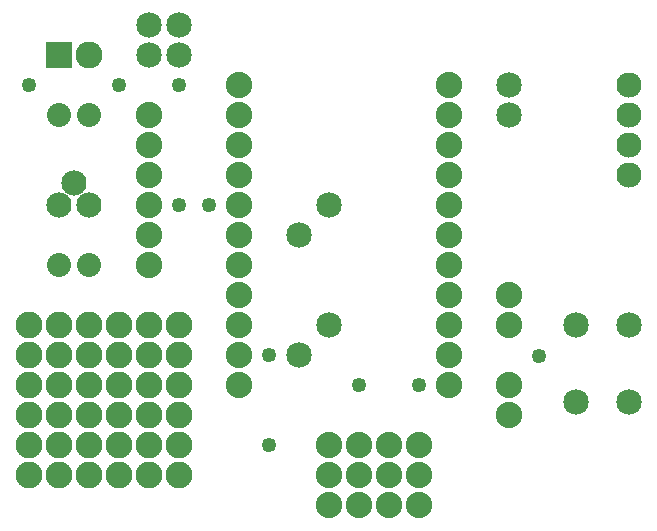
<source format=gbs>
G04 MADE WITH FRITZING*
G04 WWW.FRITZING.ORG*
G04 DOUBLE SIDED*
G04 HOLES PLATED*
G04 CONTOUR ON CENTER OF CONTOUR VECTOR*
%ASAXBY*%
%FSLAX23Y23*%
%MOIN*%
%OFA0B0*%
%SFA1.0B1.0*%
%ADD10C,0.049370*%
%ADD11C,0.089370*%
%ADD12C,0.088000*%
%ADD13C,0.085000*%
%ADD14C,0.080000*%
%ADD15C,0.090000*%
%ADD16C,0.083889*%
%ADD17C,0.084000*%
%ADD18R,0.090000X0.090000*%
%LNMASK0*%
G90*
G70*
G54D10*
X584Y1176D03*
X684Y1176D03*
G54D11*
X584Y376D03*
X484Y376D03*
X384Y376D03*
X284Y376D03*
X184Y376D03*
X84Y376D03*
X584Y476D03*
X484Y476D03*
X384Y476D03*
X284Y476D03*
X184Y476D03*
X84Y476D03*
X584Y576D03*
X484Y576D03*
X384Y576D03*
X284Y576D03*
X184Y576D03*
X84Y576D03*
X584Y676D03*
X484Y676D03*
X384Y676D03*
X284Y676D03*
X184Y676D03*
X84Y676D03*
X584Y776D03*
X484Y776D03*
X384Y776D03*
X284Y776D03*
X184Y776D03*
X84Y776D03*
X584Y276D03*
X484Y276D03*
X384Y276D03*
X284Y276D03*
X184Y276D03*
X84Y276D03*
G54D12*
X1384Y276D03*
X1284Y276D03*
X1184Y276D03*
X1084Y276D03*
X1384Y176D03*
X1284Y176D03*
X1184Y176D03*
X1084Y176D03*
X1384Y376D03*
X1284Y376D03*
X1184Y376D03*
X1084Y376D03*
G54D13*
X1084Y1176D03*
X1084Y776D03*
X984Y1076D03*
X984Y676D03*
G54D10*
X1384Y576D03*
X1184Y576D03*
X884Y676D03*
X884Y376D03*
G54D14*
X184Y1476D03*
X284Y1476D03*
X184Y976D03*
X284Y976D03*
G54D15*
X184Y1676D03*
X284Y1676D03*
G54D16*
X2084Y1276D03*
X2084Y1376D03*
X2084Y1476D03*
X2084Y1576D03*
G54D17*
X284Y1176D03*
X234Y1251D03*
X184Y1176D03*
G54D12*
X1484Y1576D03*
X1484Y1476D03*
X1484Y1376D03*
X1484Y1276D03*
X1484Y1176D03*
X1484Y1076D03*
X1484Y976D03*
X1484Y876D03*
X1484Y776D03*
X1484Y676D03*
X1484Y576D03*
X784Y1576D03*
X784Y1476D03*
X784Y1376D03*
X784Y1276D03*
X784Y1176D03*
X784Y1076D03*
X784Y976D03*
X784Y876D03*
X784Y776D03*
X784Y676D03*
X784Y576D03*
X484Y1476D03*
X484Y1376D03*
X484Y1276D03*
X484Y1176D03*
X484Y1076D03*
X484Y976D03*
X1684Y876D03*
X1684Y776D03*
G54D13*
X1684Y1476D03*
X1684Y1576D03*
X2084Y776D03*
X2084Y520D03*
X1906Y776D03*
X1906Y520D03*
G54D10*
X84Y1576D03*
X384Y1576D03*
G54D13*
X484Y1776D03*
X584Y1776D03*
X484Y1676D03*
X584Y1676D03*
G54D12*
X1684Y576D03*
X1684Y476D03*
G54D10*
X1785Y672D03*
X584Y1576D03*
G54D18*
X184Y1676D03*
G04 End of Mask0*
M02*
</source>
